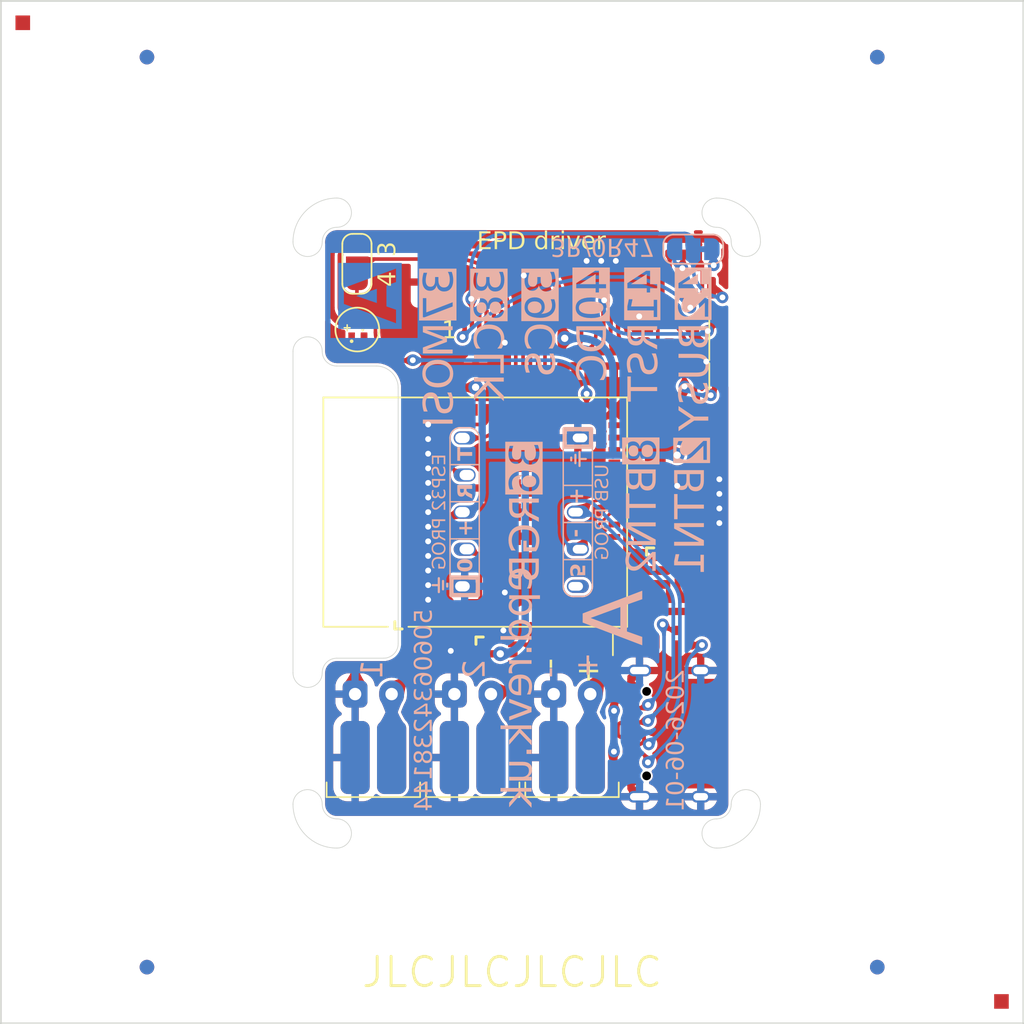
<source format=kicad_pcb>
(kicad_pcb (version 20221018) (generator pcbnew)
  (title_block (title "Waveshare EPD adapter") (rev "1") (company "Adrian Kennard, Andrews & Arnold Ltd"))
  (layers (0 "F.Cu" signal) (31 "B.Cu" signal) (34 "B.Paste" user) (35 "F.Paste" user) (36 "B.SilkS" user "B.Silkscreen") (37 "F.SilkS" user "F.Silkscreen") (38 "B.Mask" user) (39 "F.Mask" user) (44 "Edge.Cuts" user))
  (property "DATE" "2023-06-02")
  (net 0 "")
  (net 1 "GND")
  (net 4 "DC")
  (net 6 "Net-(U4-EN)")
  (net 8 "BTN2")
  (net 9 "BTN1")
  (net 16 "+3.3V")
  (net 26 "Net-(J2-0)")
  (net 27 "Net-(J2-Rx)")
  (net 28 "Net-(J2-Tx)")
  (net 29 "D-")
  (net 30 "D+")
  (net 31 "Net-(J1-Pin_24)")
  (net 32 "Net-(D1-A)")
  (net 33 "Net-(J1-Pin_22)")
  (net 34 "Net-(D3-K)")
  (net 35 "Net-(J1-Pin_20)")
  (net 36 "Net-(J1-Pin_19)")
  (net 37 "Net-(J1-Pin_18)")
  (net 38 "Net-(J1-Pin_5)")
  (net 39 "Net-(J1-Pin_4)")
  (net 40 "Net-(D2-A)")
  (net 41 "Net-(D3-A)")
  (net 42 "Net-(J1-Pin_2)")
  (net 43 "Net-(J1-Pin_3)")
  (net 47 "BUSY")
  (net 48 "RST")
  (net 49 "CS")
  (net 50 "CLK")
  (net 51 "MOSI")
  (net 52 "RGB")
  (net 53 "Net-(D6-A)")
  (net 54 "Net-(J1-Pin_8)")
  (net 55 "Net-(J7-CC1)")
  (net 57 "Net-(J7-CC2)")
  (net 59 "Net-(J4-Pin_2)")
  (net 60 "Net-(J6-Pin_2)")
  (net 61 "Net-(JP1-A)")
  (net 62 "Net-(JP1-B)")
  (net 64 "PWR")
  (net 65 "VBUS")
  (footprint "RevK:C_0402" (layer "F.Cu") (at 106.9 80 -90)
    (fp_text reference "C14" hide)
    (fp_text value "1uF 25V" hide)
  )
  (footprint "RevK:C_0402" (layer "F.Cu") (at 106 80 -90)
    (fp_text reference "C3" hide)
    (fp_text value "1uF 25V" hide)
  )
  (footprint "RevK:C_0402" (layer "F.Cu") (at 95 98.8)
    (fp_text reference "C2" hide)
    (fp_text value "100nF" hide)
  )
  (footprint "RevK:SolderPadSmall" (layer "F.Cu") (at 104.35 107.3)
    (fp_text reference "P1" hide)
    (fp_text value "+" hide)
  )
  (footprint "RevK:R_0402_" (layer "F.Cu") (at 110.3 96.4 180)
    (fp_text reference "R9" hide)
    (fp_text value "124k" hide)
  )
  (footprint "RevK:SolderPadSmall" (layer "F.Cu") (at 101.85 107.3)
    (fp_text reference "P2" hide)
    (fp_text value "-" hide)
  )
  (footprint "RevK:C_0402" (layer "F.Cu") (at 104.2 80 -90)
    (fp_text reference "C4" hide)
    (fp_text value "1uF 25V" hide)
  )
  (footprint "RevK:C_0402" (layer "F.Cu") (at 102.4 80 -90)
    (fp_text reference "C11" hide)
    (fp_text value "1uF" hide)
  )
  (footprint "RevK:R_0402" (layer "F.Cu") (at 100.8 100.7 180)
    (fp_text reference "R6" hide)
    (fp_text value "100R" hide)
  )
  (footprint "RevK:ESP32-S3-MINI-1" (layer "F.Cu") (at 99 90.5 90)
    (fp_text reference "U4" hide)
    (fp_text value "ESP32-S3-MINI-1" hide)
  )
  (footprint "RevK:D_SOD-123" (layer "F.Cu") (at 107 99.4)
    (fp_text reference "D6" hide)
    (fp_text value "MBR0530")
  )
  (footprint "RevK:C_0603" (layer "F.Cu") (at 92.7 99.1 180)
    (fp_text reference "C5" hide)
    (fp_text value "22uF")
  )
  (footprint "RevK:SOT-23" (layer "F.Cu") (at 111.7 74.2 90)
    (fp_text reference "Q1" hide)
    (fp_text value "BSS138")
  )
  (footprint "RevK:C_0402" (layer "F.Cu") (at 103.3 80 -90)
    (fp_text reference "C7" hide)
    (fp_text value "1uF" hide)
  )
  (footprint "RevK:R_0402" (layer "F.Cu") (at 95 82 180)
    (fp_text reference "R3" hide)
    (fp_text value "10K" hide)
  )
  (footprint "RevK:C_0603_" (layer "F.Cu") (at 110.3 92.5 180)
    (fp_text reference "C10" hide)
    (fp_text value "100nF")
  )
  (footprint "RevK:PTSM-HH-2-RA" (layer "F.Cu") (at 89.5 102.9575)
    (fp_text reference "J4" hide)
    (fp_text value "BTN1")
  )
  (footprint "RevK:PTSM-HH-2-RA" (layer "F.Cu") (at 96.3 102.9575)
    (fp_text reference "J6" hide)
    (fp_text value "BTN2")
  )
  (footprint "RevK:C_0402" (layer "F.Cu") (at 111.1 82.8 180)
    (fp_text reference "C17" hide)
    (fp_text value "4.7uF" hide)
  )
  (footprint "RevK:C_0603_" (layer "F.Cu") (at 107.8 93.2 -90)
    (fp_text reference "C9" hide)
    (fp_text value "10uF 6.3V")
  )
  (footprint "RevK:C_0402" (layer "F.Cu") (at 96.5 80 -90)
    (fp_text reference "C12" hide)
    (fp_text value "1uF 25V" hide)
  )
  (footprint "RevK:SolderPadSmall" (layer "F.Cu") (at 97.55 107.3)
    (fp_text reference "P3" hide)
    (fp_text value "2" hide)
  )
  (footprint "RevK:C_0603" (layer "F.Cu") (at 108 79.7 -90)
    (fp_text reference "C1" hide)
    (fp_text value "1uF 50V")
  )
  (footprint "RevK:C_0402" (layer "F.Cu") (at 100.8 99.7)
    (fp_text reference "C21" hide)
    (fp_text value "33pF" hide)
  )
  (footprint "RevK:R_0402" (layer "F.Cu") (at 110.7 72.3 -90)
    (fp_text reference "R2" hide)
    (fp_text value "3R" hide)
  )
  (footprint "RevK:SolderJumper3" (layer "F.Cu") (at 88.375 73.5 90)
    (fp_text reference "JP2" hide)
    (fp_text value "SolderJumper_3_Bridged12")
  )
  (footprint "RevK:R_0402" (layer "F.Cu") (at 110.7 99.6 180)
    (fp_text reference "R4" hide)
    (fp_text value "5k1" hide)
  )
  (footprint "RevK:D_SOD-123" (layer "F.Cu") (at 111.4 81.2 180)
    (fp_text reference "D2" hide)
    (fp_text value "MBR0530")
  )
  (footprint "RevK:VCUT70N" (layer "F.Cu") (at 99 111.5 180)
    (fp_text reference "V4" hide)
    (fp_text value "~")
  )
  (footprint "RevK:R_0402" (layer "F.Cu") (at 110.7 98.6)
    (fp_text reference "R5" hide)
    (fp_text value "5k1" hide)
  )
  (footprint "RevK:L_4x4_" (layer "F.Cu") (at 110.3 89.9 180)
    (fp_text reference "L2" hide)
    (fp_text value "10uH")
  )
  (footprint "RevK:R_0402" (layer "F.Cu") (at 92.3 101.3)
    (fp_text reference "R7" hide)
    (fp_text value "100R" hide)
  )
  (footprint "RevK:PTSM-HH-2-RA" (layer "F.Cu") (at 103.1 102.9575)
    (fp_text reference "J8" hide)
    (fp_text value "PWR")
  )
  (footprint "RevK:R_0402_" (layer "F.Cu") (at 112.1 96.4 180)
    (fp_text reference "R11" hide)
    (fp_text value "1M" hide)
  )
  (footprint "RevK:SolderPadSmall" (layer "F.Cu") (at 90.75 107.3)
    (fp_text reference "P5" hide)
    (fp_text value "1" hide)
  )
  (footprint "RevK:R_0402" (layer "F.Cu") (at 112.8 72.3 90)
    (fp_text reference "R1" hide)
    (fp_text value "0.47R" hide)
  )
  (footprint "RevK:C_0402" (layer "F.Cu") (at 105.1 80 -90)
    (fp_text reference "C15" hide)
    (fp_text value "1uF 25V" hide)
  )
  (footprint "RevK:C_0603_" (layer "F.Cu") (at 112.8 93.2 -90)
    (fp_text reference "C8" hide)
    (fp_text value "10uF 50V")
  )
  (footprint "RevK:XUNPU-FPC-05FB-24PH20" (layer "F.Cu") (at 101 76 180)
    (fp_text reference "J1" hide)
    (fp_text value "Conn_01x26")
  )
  (footprint "RevK:D_SOD-123" (layer "F.Cu") (at 111.4 77.2 180)
    (fp_text reference "D3" hide)
    (fp_text value "MBR0530")
  )
  (footprint "RevK:R_0402" (layer "F.Cu") (at 109.8 72.3 -90)
    (fp_text reference "R8" hide)
    (fp_text value "10K" hide)
  )
  (footprint "RevK:R_0402_" (layer "F.Cu") (at 108.4 96.4 180)
    (fp_text reference "R10" hide)
    (fp_text value "39k2" hide)
  )
  (footprint "RevK:C_0402" (layer "F.Cu") (at 108.7 82.8)
    (fp_text reference "C18" hide)
    (fp_text value "4.7uF" hide)
  )
  (footprint "RevK:SOT-23-6-MD8942" (layer "F.Cu") (at 110.3 94.5 180)
    (fp_text reference "U3" hide)
    (fp_text value "MD8942")
  )
  (footprint "RevK:SMD1010" (layer "F.Cu") (at 88.4375 78 90)
    (fp_text reference "D4" hide)
    (fp_text value "XL-1010RGBC-WS2812B" hide)
  )
  (footprint "RevK:USB-C-Socket-H" (layer "F.Cu") (at 109.6 105.665 90)
    (fp_text reference "J7" hide)
    (fp_text value "USB-C-Socket-V")
  )
  (footprint "RevK:SolderPadSmall" (layer "F.Cu") (at 88.25 107.3)
    (fp_text reference "P6" hide)
    (fp_text value "1" hide)
  )
  (footprint "RevK:VCUT70N" (layer "F.Cu") (at 114 90.5 -90)
    (fp_text reference "V1" hide)
    (fp_text value "~")
  )
  (footprint "RevK:L_4x4" (layer "F.Cu") (at 110.3 85.55 180)
    (fp_text reference "L1" hide)
    (fp_text value "10uH")
  )
  (footprint "RevK:D_SOD-123" (layer "F.Cu") (at 111.4 79.2 180)
    (fp_text reference "D1" hide)
    (fp_text value "MBR0530")
  )
  (footprint "RevK:SOT-363_SC-70-6" (layer "F.Cu") (at 98.1 100.2)
    (fp_text reference "D7" hide)
    (fp_text value "BAV99S")
  )
  (footprint "RevK:SolderPadSmall" (layer "F.Cu") (at 95.05 107.3)
    (fp_text reference "P4" hide)
    (fp_text value "2" hide)
  )
  (footprint "RevK:C_0402" (layer "F.Cu") (at 93 82 180)
    (fp_text reference "C6" hide)
    (fp_text value "1uF" hide)
  )
  (footprint "RevK:PCB7070" (layer "F.Cu") (at 99 90.5)
    (fp_text reference "PCB1" hide)
    (fp_text value "70x70" hide)
    (fp_line (start -35 -35) (end 35 -35) (stroke (width 0.12)) (layer "Edge.Cuts"))
    (fp_line (start -35 35) (end -35 -35) (stroke (width 0.12)) (layer "Edge.Cuts"))
    (fp_line (start 35 -35) (end 35 35) (stroke (width 0.12)) (layer "Edge.Cuts"))
    (fp_line (start 35 35) (end -35 35) (stroke (width 0.12)) (layer "Edge.Cuts"))
  )
  (footprint "RevK:C_0402" (layer "F.Cu") (at 92.3 100.3 180)
    (fp_text reference "C22" hide)
    (fp_text value "33pF" hide)
  )
  (footprint "RevK:SolderPadSmall" (layer "B.Cu") (at 104.35 107.3 180)
    (fp_text reference "P7" hide)
    (fp_text value "+" hide)
  )
  (footprint "RevK:VCUT70N" (layer "B.Cu") (at 99 71 180)
    (fp_text reference "V6" hide)
    (fp_text value "~")
  )
  (footprint "RevK:SolderPadSmall" (layer "B.Cu") (at 90.75 107.3 180)
    (fp_text reference "P11" hide)
    (fp_text value "1" hide)
  )
  (footprint "RevK:SolderJumper3" (layer "B.Cu") (at 111.4 72.5 180)
    (fp_text reference "JP1" hide)
    (fp_text value "SolderJumper_3_Bridged12")
  )
  (footprint "RevK:VCUT70N" (layer "B.Cu") (at 86 90.5 -90)
    (fp_text reference "V3" hide)
    (fp_text value "~")
  )
  (footprint "RevK:SolderPadSmall" (layer "B.Cu") (at 88.25 107.3 180)
    (fp_text reference "P12" hide)
    (fp_text value "1" hide)
  )
  (footprint "RevK:SolderPadSmall" (layer "B.Cu") (at 101.85 107.3 180)
    (fp_text reference "P8" hide)
    (fp_text value "-" hide)
  )
  (footprint "RevK:SolderPadSmall" (layer "B.Cu") (at 97.55 107.3 180)
    (fp_text reference "P9" hide)
    (fp_text value "2" hide)
  )
  (footprint "RevK:SolderPadSmall" (layer "B.Cu") (at 95.05 107.3 180)
    (fp_text reference "P10" hide)
    (fp_text value "2" hide)
  )
  (footprint "RevK:USB-PROG" (layer "B.Cu") (at 103.5 90.5 90)
    (fp_text reference "J3" hide)
    (fp_text value "USB-PROG" hide)
  )
  (footprint "RevK:Shelly" (layer "B.Cu") (at 95.75 90.5 -90)
    (fp_text reference "J2" hide)
    (fp_text value "Shelly" hide)
  )
  (gr_circle (center 88.4 78) (end 89.9 78) (stroke (width 0.12)) (fill none) (layer "F.SilkS"))
  (gr_arc (start 83.999999 79.500001) (mid 84.999999 78.500001) (end 85.999999 79.500001) (stroke (width 0.05)) (layer "Edge.Cuts"))
  (gr_arc (start 113 69) (mid 115.12132 69.87868) (end 116 72) (stroke (width 0.05)) (layer "Edge.Cuts"))
  (gr_line (start 83.999999 79.500001) (end 83.999999 101.499999) (stroke (width 0.05)) (layer "Edge.Cuts"))
  (gr_arc (start 86.999999 80.500001) (mid 86.292892 80.207108) (end 85.999999 79.500001) (stroke (width 0.05)) (layer "Edge.Cuts"))
  (gr_arc (start 113 113.5) (mid 112 112.5) (end 113 111.5) (stroke (width 0.05)) (layer "Edge.Cuts"))
  (gr_line (start 91.2 99.5) (end 91.2 82) (stroke (width 0.05)) (layer "Edge.Cuts"))
  (gr_arc (start 83.999999 110.500001) (mid 84.999999 109.500001) (end 85.999999 110.500001) (stroke (width 0.05)) (layer "Edge.Cuts"))
  (gr_arc (start 86.000001 72.000001) (mid 85.000001 73.000001) (end 84.000001 72.000001) (stroke (width 0.05)) (layer "Edge.Cuts"))
  (gr_arc (start 86.000001 72.000001) (mid 86.292894 71.292894) (end 87.000001 71.000001) (stroke (width 0.05)) (layer "Edge.Cuts"))
  (gr_arc (start 85.999999 101.499999) (mid 84.999999 102.499999) (end 83.999999 101.499999) (stroke (width 0.05)) (layer "Edge.Cuts"))
  (gr_arc (start 114 110.5) (mid 115 109.5) (end 116 110.5) (stroke (width 0.05)) (layer "Edge.Cuts"))
  (gr_arc (start 116 110.5) (mid 115.12132 112.62132) (end 113 113.5) (stroke (width 0.05)) (layer "Edge.Cuts"))
  (gr_arc (start 87.000001 69.000001) (mid 88.000001 70.000001) (end 87.000001 71.000001) (stroke (width 0.05)) (layer "Edge.Cuts"))
  (gr_arc (start 114 110.5) (mid 113.707107 111.207107) (end 113 111.5) (stroke (width 0.05)) (layer "Edge.Cuts"))
  (gr_line (start 89.7 80.5) (end 86.999999 80.500001) (stroke (width 0.05)) (layer "Edge.Cuts"))
  (gr_arc (start 86.999999 111.500001) (mid 87.999999 112.500001) (end 86.999999 113.500001) (stroke (width 0.05)) (layer "Edge.Cuts"))
  (gr_arc (start 91.2 99.5) (mid 90.907107 100.207107) (end 90.2 100.5) (stroke (width 0.05)) (layer "Edge.Cuts"))
  (gr_arc (start 113 71) (mid 113.707107 71.292893) (end 114 72) (stroke (width 0.05)) (layer "Edge.Cuts"))
  (gr_arc (start 116 72) (mid 115 73) (end 114 72) (stroke (width 0.05)) (layer "Edge.Cuts"))
  (gr_arc (start 86.999999 111.500001) (mid 86.292893 111.207107) (end 85.999999 110.500001) (stroke (width 0.05)) (layer "Edge.Cuts"))
  (gr_arc (start 85.999999 101.499999) (mid 86.292892 100.792892) (end 86.999999 100.499999) (stroke (width 0.05)) (layer "Edge.Cuts"))
  (gr_arc (start 86.999999 113.500001) (mid 84.878679 112.621321) (end 83.999999 110.500001) (stroke (width 0.05)) (layer "Edge.Cuts"))
  (gr_arc (start 89.7 80.5) (mid 90.76066 80.93934) (end 91.2 82) (stroke (width 0.05)) (layer "Edge.Cuts"))
  (gr_arc (start 84.000001 72.000001) (mid 84.878681 69.878681) (end 87.000001 69.000001) (stroke (width 0.05)) (layer "Edge.Cuts"))
  (gr_line (start 86.999999 100.499999) (end 90.2 100.5) (stroke (width 0.05)) (layer "Edge.Cuts"))
  (gr_arc (start 113 71) (mid 112 70) (end 113 69) (stroke (width 0.05)) (layer "Edge.Cuts"))
  (gr_text "A" (at 89.6 75.7 90) (layer "B.Cu" knockout) (effects (font (size 3.5 3.5) (thickness 0.3) bold) (justify mirror)))
  (gr_text "2" (at 96.5 100.6 90) (layer "B.SilkS") (effects (font (size 1.5 1.5) (thickness 0.08)) (justify left mirror)))
  (gr_text "37" (at 94.1 77.4 90) (layer "B.SilkS" knockout) (effects (font (size 2 2)) (justify right mirror)))
  (gr_text "39" (at 101.1 77.4 90) (layer "B.SilkS" knockout) (effects (font (size 2 2)) (justify right mirror)))
  (gr_text "BTN2" (at 108 87.3 90) (layer "B.SilkS") (effects (font (size 2 2)) (justify left mirror)))
  (gr_text "${CURRENT_DATE}" (at 110.25 111 90) (layer "B.SilkS") (effects (font (size 1.2 1.2)) (justify right mirror)))
  (gr_text "epd.revk.uk" (at 99.5 110.75 90) (layer "B.SilkS") (effects (font (size 2 2)) (justify right mirror)))
  (gr_text "36" (at 100 89.25 90) (layer "B.SilkS" knockout) (effects (font (size 2 2)) (justify right mirror)))
  (gr_text "2" (at 111.5 87.2 90) (layer "B.SilkS" knockout) (effects (font (size 2 2)) (justify right mirror)))
  (gr_text "BTN1" (at 111.3 87.35 90) (layer "B.SilkS") (effects (font (size 2 2)) (justify left mirror)))
  (gr_text "5060634238144" (at 93 111 90) (layer "B.SilkS") (effects (font (size 1.2 1.2)) (justify right mirror)))
  (gr_text "BUSY" (at 111.6 77.5 90) (layer "B.SilkS") (effects (font (size 2 2)) (justify left mirror)))
  (gr_text "CS" (at 101.1 77.5 90) (layer "B.SilkS") (effects (font (size 2 2)) (justify left mirror)))
  (gr_text "38" (at 97.6 77.4 90) (layer "B.SilkS" knockout) (effects (font (size 2 2)) (justify right mirror)))
  (gr_text "1" (at 89.5 100.6 90) (layer "B.SilkS") (effects (font (size 1.5 1.5) (thickness 0.08)) (justify left mirror)))
  (gr_text "41" (at 108.1 77.4 90) (layer "B.SilkS" knockout) (effects (font (size 2 2)) (justify right mirror)))
  (gr_text "CLK" (at 97.6 77.5 90) (layer "B.SilkS") (effects (font (size 2 2)) (justify left mirror)))
  (gr_text "42" (at 111.6 77.4 90) (layer "B.SilkS" knockout) (effects (font (size 2 2)) (justify right mirror)))
  (gr_text "DC" (at 104.6 77.5 90) (layer "B.SilkS") (effects (font (size 2 2)) (justify left mirror)))
  (gr_text "MOSI" (at 94.1 77.5 90) (layer "B.SilkS") (effects (font (size 2 2)) (justify left mirror)))
  (gr_text "RGB" (at 100 89.3 90) (layer "B.SilkS") (effects (font (size 2 2)) (justify left mirror)))
  (gr_text "A" (at 106.25 97.75 90) (layer "B.SilkS") (effects (font (size 4 4)) (justify mirror)))
  (gr_text "3R/0R47" (at 101.6 72.3 180) (layer "B.SilkS") (effects (font (size 1.2 1.2)) (justify left mirror)))
  (gr_text "8" (at 108 87.2 90) (layer "B.SilkS" knockout) (effects (font (size 2 2)) (justify right mirror)))
  (gr_text "40" (at 104.6 77.4 90) (layer "B.SilkS" knockout) (effects (font (size 2 2)) (justify right mirror)))
  (gr_text "RST" (at 108.1 77.5 90) (layer "B.SilkS") (effects (font (size 2 2)) (justify left mirror)))
  (gr_text "EPD driver" (at 101 72) (layer "F.SilkS") (effects (font (size 1.2 1.2))))
  (gr_text "+" (at 104.2 100.5 -90) (layer "F.SilkS") (effects (font (size 1.5 1.5) (thickness 0.08)) (justify left)))
  (gr_text "-" (at 101.7 100.5 -90) (layer "F.SilkS") (effects (font (size 1.5 1.5) (thickness 0.08)) (justify left)))
  (gr_text "3" (at 90.5 72.5 90) (layer "F.SilkS") (effects (font (size 1.2 1.2))))
  (gr_text "4" (at 90.5 74.55 90) (layer "F.SilkS") (effects (font (size 1.2 1.2))))
  (gr_text "1" (at 94.7 78.1) (layer "F.SilkS") (effects (font (size 1.2 1.2))))
  (segment (start 103.25 76.6) (end 103.25 77.3) (width 0.25) (layer "F.Cu") (net 1))
  (segment (start 91.8 100.3) (end 91.530001 100.3) (width 0.5) (layer "F.Cu") (net 1))
  (segment (start 98.5 82) (end 98.5 78.9) (width 0.25) (layer "F.Cu") (net 1))
  (segment (start 88.375 74.8) (end 88.375 75.8) (width 0.25) (layer "F.Cu") (net 1))
  (segment (start 107.14 108.865) (end 107.14 109.405) (width 0.5) (layer "F.Cu") (net 1))
  (segment (start 91.530001 100.3) (end 91.115001 100.715001) (width 0.5) (layer "F.Cu") (net 1))
  (segment (start 103.980761 75.719239) (end 103.356067 76.343933) (width 0.25) (layer "F.Cu") (net 1))
  (segment (start 92 82.5) (end 92 83.5) (width 0.5) (layer "F.Cu") (net 1))
  (segment (start 98.4 98.6) (end 97.5 99.5) (width 0.5) (layer "F.Cu") (net 1))
  (segment (start 113.675 73.1) (end 113.675 72.675) (width 0.25) (layer "F.Cu") (net 1))
  (segment (start 88.25 102.9575) (end 88.25 101.567128) (width 0.5) (layer "F.Cu") (net 1))
  (segment (start 97.5 99.5) (end 97.15 99.5) (width 0.5) (layer "F.Cu") (net 1))
  (segment (start 90.426953 101) (end 88.817128 101) (width 0.5) (layer "F.Cu") (net 1))
  (segment (start 107.14 101.925) (end 107.14 102.465) (width 0.5) (layer "F.Cu") (net 1))
  (segment (start 107.14 109.405) (end 107.72 109.985) (width 0.5) (layer "F.Cu") (net 1))
  (segment (start 108.31929 74.8) (end 106.2 74.8) (width 0.25) (layer "F.Cu") (net 1))
  (segment (start 107.72 101.345) (end 107.14 101.925) (width 0.5) (layer "F.Cu") (net 1))
  (segment (start 96.1 82.775) (end 97.725 82.775) (width 0.25) (layer "F.Cu") (net 1))
  (segment (start 112.884609 79.599289) (end 112.292924 80.190974) (width 0.25) (layer "F.Cu") (net 1))
  (via (at 113.1875 90.25) (size 0.8) (drill 0.4) (layers "F.Cu" "B.Cu") (net 1))
  (via (at 104.1 73.3) (size 0.8) (drill 0.4) (layers "F.Cu" "B.Cu") (net 1))
  (via (at 99.8 74.3) (size 0.8) (drill 0.4) (layers "F.Cu" "B.Cu") (net 1))
  (via (at 110.3 88.7) (size 0.8) (drill 0.4) (layers "F.Cu" "B.Cu") (net 1))
  (via (at 113.1875 89.25) (size 0.8) (drill 0.4) (layers "F.Cu" "B.Cu") (net 1))
  (via (at 93.25 96.5) (size 0.8) (drill 0.4) (layers "F.Cu" "B.Cu") (net 1))
  (via (at 107.7 77.1) (size 0.8) (drill 0.4) (layers "F.Cu" "B.Cu") (net 1))
  (via (at 98.5 96) (size 0.8) (drill 0.4) (layers "F.Cu" "B.Cu") (net 1))
  (via (at 98.4 98.6) (size 0.8) (drill 0.4) (layers "F.Cu" "B.Cu") (net 1))
  (via (at 93.25 91.5) (size 0.8) (drill 0.4) (layers "F.Cu" "B.Cu") (net 1))
  (via (at 113.1875 91.25) (size 0.8) (drill 0.4) (layers "F.Cu" "B.Cu") (net 1))
  (via (at 93.25 89.5) (size 0.8) (drill 0.4) (layers "F.Cu" "B.Cu") (net 1))
  (via (at 93.25 90.5) (size 0.8) (drill 0.4) (layers "F.Cu" "B.Cu") (net 1))
  (via (at 93.25 85.5) (size 0.8) (drill 0.4) (layers "F.Cu" "B.Cu") (net 1))
  (via (at 93.25 88.5) (size 0.8) (drill 0.4) (layers "F.Cu" "B.Cu") (net 1))
  (via (at 93.25 92.5) (size 0.8) (drill 0.4) (layers "F.Cu" "B.Cu") (net 1))
  (via (at 98.5 78.9) (size 0.8) (drill 0.4) (layers "F.Cu" "B.Cu") (net 1))
  (via (at 94.8 100) (size 0.8) (drill 0.4) (layers "F.Cu" "B.Cu") (net 1))
  (via (at 93.25 93.5) (size 0.8) (drill 0.4) (layers "F.Cu" "B.Cu") (net 1))
  (via (at 93.25 95.5) (size 0.8) (drill 0.4) (layers "F.Cu" "B.Cu") (net 1))
  (via (at 93.25 86.5) (size 0.8) (drill 0.4) (layers "F.Cu" "B.Cu") (net 1))
  (via (at 112.292924 80.190974) (size 0.8) (drill 0.4) (layers "F.Cu" "B.Cu") (net 1))
  (via (at 106.1 73.3) (size 0.8) (drill 0.4) (layers "F.Cu" "B.Cu") (net 1))
  (via (at 93.25 87.5) (size 0.8) (drill 0.4) (layers "F.Cu" "B.Cu") (net 1))
  (via (at 113.1875 88.25) (size 0.8) (drill 0.4) (layers "F.Cu" "B.Cu") (net 1))
  (via (at 93.25 84.5) (size 0.8) (drill 0.4) (layers "F.Cu" "B.Cu") (net 1))
  (via (at 93.25 94.5) (size 0.8) (drill 0.4) (layers "F.Cu" "B.Cu") (net 1))
  (via (at 105.1 73.3) (size 0.8) (drill 0.4) (layers "F.Cu" "B.Cu") (net 1))
  (arc (start 103.356067 76.343933) (mid 103.277566 76.461417) (end 103.25 76.6) (width 0.25) (layer "F.Cu") (net 1))
  (arc (start 91.115001 100.715001) (mid 90.799322 100.925931) (end 90.426953 101) (width 0.5) (layer "F.Cu") (net 1))
  (arc (start 113.675 72.675) (mid 113.418718 72.056282) (end 112.8 71.8) (width 0.25) (layer "F.Cu") (net 1))
  (arc (start 106.2 74.8) (mid 104.998956 75.038903) (end 103.980761 75.719239) (width 0.25) (layer "F.Cu") (net 1))
  (arc (start 92.5 82) (mid 92.146447 82.146447) (end 92 82.5) (width 0.5) (layer "F.Cu") (net 1))
  (arc (start 88.25 101.567128) (mid 88.416108 101.166108) (end 88.817128 101) (width 0.5) (layer "F.Cu") (net 1))
  (arc (start 95.6 83.275) (mid 95.746447 82.921447) (end 96.1 82.775) (width 0.25) (layer "F.Cu") (net 1))
  (arc (start 97.725 82.775) (mid 98.273008 82.548008) (end 98.5 82) (width 0.25) (layer "F.Cu") (net 1))
  (segment (start 100.25 82.196447) (end 100.25 77.3) (width 0.25) (layer "F.Cu") (net 4))
  (arc (start 100.7 83.282842) (mid 100.648022 83.02153) (end 100.5 82.8) (width 0.25) (layer "F.Cu") (net 4))
  (arc (start 100.5 82.8) (mid 100.314973 82.523088) (end 100.25 82.196447) (width 0.25) (layer "F.Cu") (net 4))
  (segment (start 93.5 82) (end 94.5 82) (width 0.25) (layer "F.Cu") (net 6))
  (segment (start 93.05 83.086396) (end 93.05 83.5) (width 0.25) (layer "F.Cu") (net 6))
  (arc (start 93.5 82) (mid 93.166951 82.498442) (end 93.05 83.086396) (width 0.25) (layer "F.Cu") (net 6))
  (segment (start 100.3 100.7) (end 100.3 99.7) (width 0.25) (layer "F.Cu") (net 8))
  (segment (start 100.3 99.7) (end 100.3 99.074914) (width 0.25) (layer "F.Cu") (net 8))
  (segment (start 102.4 97.9) (end 102.4 97.5) (width 0.25) (layer "F.Cu") (net 8))
  (segment (start 100.874914 98.5) (end 101.8 98.5) (width 0.25) (layer "F.Cu") (net 8))
  (segment (start 100.15 99.55) (end 100.3 99.7) (width 0.25) (layer "F.Cu") (net 8))
  (segment (start 99.05 99.55) (end 100.15 99.55) (width 0.25) (layer "F.Cu") (net 8))
  (arc (start 101.8 98.5) (mid 102.224264 98.324264) (end 102.4 97.9) (width 0.25) (layer "F.Cu") (net 8))
  (arc (start 100.3 99.074914) (mid 100.468388 98.668388) (end 100.874914 98.5) (width 0.25) (layer "F.Cu") (net 8))
  (segment (start 92.8 100.9) (end 92.8 100.3) (width 0.25) (layer "F.Cu") (net 9))
  (segment (start 97.15 100.85) (end 96.4 100.85) (width 0.25) (layer "F.Cu") (net 9))
  (segment (start 96.4 99.509619) (end 96.4 100.85) (width 0.25) (layer "F.Cu") (net 9))
  (segment (start 92.85 100.85) (end 92.8 100.9) (width 0.25) (layer "F.Cu") (net 9))
  (segment (start 96.4 100.85) (end 92.85 100.85) (width 0.25) (layer "F.Cu") (net 9))
  (segment (start 96.925 98.525) (end 96.725 98.725) (width 0.25) (layer "F.Cu") (net 9))
  (segment (start 92.8 101.3) (end 92.8 100.9) (width 0.25) (layer "F.Cu") (net 9))
  (arc (start 97.3 97.61967) (mid 97.202541 98.109631) (end 96.925 98.525) (width 0.25) (layer "F.Cu") (net 9))
  (arc (start 96.725 98.725) (mid 96.484465 99.084986) (end 96.4 99.509619) (width 0.25) (layer "F.Cu") (net 9))
  (segment (start 109.568198 85.868198) (end 110.3 86.6) (width 0.5) (layer "F.Cu") (net 16))
  (segment (start 108.8 89.9) (end 108.8 85.55) (width 0.5) (layer "F.Cu") (net 16))
  (segment (start 109.2 82.8) (end 109.2 84.584315) (width 0.5) (layer "F.Cu") (net 16))
  (segment (start 102.4 78.8) (end 102.6 78.6) (width 0.5) (layer "F.Cu") (net 16))
  (segment (start 102.6 78.6) (end 102.4 78.4) (width 0.5) (layer "F.Cu") (net 16))
  (segment (start 102.4 79.5) (end 102.4 78.8) (width 0.5) (layer "F.Cu") (net 16))
  (segment (start 94.75 96.6) (end 94.75 97.5) (width 0.5) (layer "F.Cu") (net 16))
  (segment (start 102.4 78.4) (end 102.4 77.55) (width 0.5) (layer "F.Cu") (net 16))
  (segment (start 88.375 72.2) (end 87.3 72.2) (width 0.5) (layer "F.Cu") (net 16))
  (segment (start 88.375 72.2) (end 98.05 72.2) (width 0.5) (layer "F.Cu") (net 16))
  (segment (start 97.15 100.2) (end 99.05 100.2) (width 0.5) (layer "F.Cu") (net 16))
  (segment (start 88.0125 77.575) (end 87.675 77.575) (width 0.5) (layer "F.Cu") (net 16))
  (segment (start 95.5 82) (end 96.45 82) (width 0.5) (layer "F.Cu") (net 16))
  (segment (start 102.35 76.5) (end 102.35 77.3) (width 0.5) (layer "F.Cu") (net 16))
  (segment (start 94.55 96.4) (end 94.75 96.6) (width 0.5) (layer "F.Cu") (net 16))
  (segment (start 94.75 97.5) (end 94.75 98.196447) (width 0.5) (layer "F.Cu") (net 16))
  (segment (start 96.45 82) (end 96.5 81.95) (width 0.5) (layer "F.Cu") (net 16))
  (segment (start 94.55 91.55) (end 94.55 96.4) (width 0.5) (layer "F.Cu") (net 16))
  (segment (start 102.4 77.55) (end 102.65 77.3) (width 0.5) (layer "F.Cu") (net 16))
  (segment (start 93.775736 99.1) (end 93.475 99.1) (width 0.5) (layer "F.Cu") (net 16))
  (segment (start 86.6 72.9) (end 86.6 76.5) (width 0.5) (layer "F.Cu") (net 16))
  (via (at 98.188715 100.199112) (size 1) (drill 0.5) (layers "F.Cu" "B.Cu") (net 16))
  (via (at 96.5 81.95) (size 1) (drill 0.5) (layers "F.Cu" "B.Cu") (net 16))
  (via (at 110.3 86.6) (size 1) (drill 0.5) (layers "F.Cu" "B.Cu") (net 16))
  (via (at 102.6 78.6) (size 1) (drill 0.5) (layers "F.Cu" "B.Cu") (net 16))
  (arc (start 95.6 90.5) (mid 94.857538 90.807538) (end 94.55 91.55) (width 0.5) (layer "F.Cu") (net 16))
  (arc (start 87.3 72.2) (mid 86.805025 72.405025) (end 86.6 72.9) (width 0.5) (layer "F.Cu") (net 16))
  (arc (start 94.75 98.196447) (mid 94.685027 98.523087) (end 94.5 98.8) (width 0.5) (layer "F.Cu") (net 16))
  (arc (start 98.05 72.2) (mid 101.090559 73.459441) (end 102.35 76.5) (width 0.5) (layer "F.Cu") (net 16))
  (arc (start 87.675 77.575) (mid 86.91486 77.26014) (end 86.6 76.5) (width 0.5) (layer "F.Cu") (net 16))
  (arc (start 94.5 98.8) (mid 94.167705 99.022032) (end 93.775736 99.1) (width 0.5) (layer "F.Cu") (net 16))
  (arc (start 108.8 85.55) (mid 109.215746 85.632697) (end 109.568198 85.868198) (width 0.5) (layer "F.Cu") (net 16))
  (segment (start 96.95 86.5) (end 96.95 89.15) (width 0.5) (layer "B.Cu") (net 16))
  (segment (start 99.9 86.6) (end 105.9 86.6) (width 0.5) (layer "B.Cu") (net 16))
  (segment (start 99.9 86.6) (end 99.9 98.487827) (width 0.5) (layer "B.Cu") (net 16))
  (segment (start 102.6 78.6) (end 103.7 78.6) (width 0.5) (layer "B.Cu") (net 16))
  (segment (start 105.9 86.6) (end 110.3 86.6) (width 0.5) (layer "B.Cu") (net 16))
  (segment (start 97.05 86.6) (end 96.95 86.5) (width 0.5) (layer "B.Cu") (net 16))
  (segment (start 96.95 86.5) (end 96.95 82.4) (width 0.5) (layer "B.Cu") (net 16))
  (segment (start 105.9 80.8) (end 105.9 86.6) (width 0.5) (layer "B.Cu") (net 16))
  (segment (start 99.9 86.6) (end 97.05 86.6) (width 0.5) (layer "B.Cu") (net 16))
  (arc (start 96.95 89.15) (mid 96.554594 90.104594) (end 95.6 90.5) (width 0.5) (layer "B.Cu") (net 16))
  (arc (start 103.7 78.6) (mid 105.255635 79.244365) (end 105.9 80.8) (width 0.5) (layer "B.Cu") (net 16))
  (arc (start 96.95 82.4) (mid 96.818198 82.081802) (end 96.5 81.95) (width 0.5) (layer "B.Cu") (net 16))
  (arc (start 99.9 98.487827) (mid 99.398776 99.697888) (end 98.188715 100.199112) (width 0.5) (layer "B.Cu") (net 16))
  (segment (start 95.6 97.5) (end 95.6 96.85) (width 0.25) (layer "F.Cu") (net 26))
  (segment (start 95.875 96.575) (end 96.605 96.575) (width 0.25) (layer "F.Cu") (net 26))
  (segment (start 96.825 96.355) (end 96.825 93.965) (width 0.25) (layer "F.Cu") (net 26))
  (arc (start 96.825 96.355) (mid 96.760563 96.510563) (end 96.605 96.575) (width 0.25) (layer "F.Cu") (net 26))
  (arc (start 95.9 93.04) (mid 96.554074 93.310926) (end 96.825 93.965) (width 0.25) (layer "F.Cu") (net 26))
  (arc (start 95.6 96.85) (mid 95.680546 96.655546) (end 95.875 96.575) (width 0.25) (layer "F.Cu") (net 26))
  (segment (start 97.3 83.5) (end 97.3 84.15) (width 0.25) (layer "F.Cu") (net 27))
  (segment (start 96.95 84.5) (end 95.25 84.5) (width 0.25) (layer "F.Cu") (net 27))
  (segment (start 94.675 85.075) (end 94.675 86.735) (width 0.25) (layer "F.Cu") (net 27))
  (arc (start 97.3 84.15) (mid 97.197487 84.397487) (end 96.95 84.5) (width 0.25) (layer "F.Cu") (net 27))
  (arc (start 95.25 84.5) (mid 94.843414 84.668414) (end 94.675 85.075) (width 0.25) (layer "F.Cu") (net 27))
  (arc (start 94.675 86.735) (mid 95.033794 87.601206) (end 95.9 87.96) (width 0.25) (layer "F.Cu") (net 27))
  (segment (start 98.15 83.5) (end 98.15 83.97) (width 0.25) (layer "F.Cu") (net 28))
  (segment (start 96.7 85.42) (end 95.6 85.42) (width 0.25) (layer "F.Cu") (net 28))
  (arc (start 98.15 83.97) (mid 97.725305 84.995305) (end 96.7 85.42) (width 0.25) (layer "F.Cu") (net 28))
  (segment (start 108.035 106) (end 108.035 106.084502) (width 0.25) (layer "F.Cu") (net 29))
  (segment (start 108.035 106.084502) (end 108.350498 106.4) (width 0.25) (layer "F.Cu") (net 29))
  (segment (start 107.14 105.415) (end 107.777764 105.415) (width 0.25) (layer "F.Cu") (net 29))
  (segment (start 107.14 106.415) (end 107.62 106.415) (width 0.25) (layer "F.Cu") (net 29))
  (segment (start 103.925772 92.374229) (end 105.8 90.5) (width 0.2) (layer "F.Cu") (net 29))
  (segment (start 108.035 105.672236) (end 108.035 106) (width 0.25) (layer "F.Cu") (net 29))
  (via (at 108.350498 106.4) (size 0.8) (drill 0.4) (layers "F.Cu" "B.Cu") (net 29))
  (arc (start 107.777764 105.415) (mid 107.959657 105.490343) (end 108.035 105.672236) (width 0.25) (layer "F.Cu") (net 29))
  (arc (start 103.65 93.04) (mid 103.721671 92.679687) (end 103.925772 92.374229) (width 0.2) (layer "F.Cu") (net 29))
  (arc (start 107.62 106.415) (mid 107.913449 106.293449) (end 108.035 106) (width 0.25) (layer "F.Cu") (net 29))
  (segment (start 108.350498 106.4) (end 109.095183 105.655315) (width 0.25) (layer "B.Cu") (net 29))
  (segment (start 102.425 91.2) (end 102.425 90.175) (width 0.25) (layer "B.Cu") (net 29))
  (segment (start 104.668198 90.031802) (end 109.668198 95.031802) (width 0.25) (layer "B.Cu") (net 29))
  (segment (start 102.425 91.815) (end 102.425 91.2) (width 0.2) (layer "B.Cu") (net 29))
  (segment (start 109.670913 95.031802) (end 109.881052 95.241941) (width 0.25) (layer "B.Cu") (net 29))
  (segment (start 110.485 96.7) (end 110.485 102.3) (width 0.25) (layer "B.Cu") (net 29))
  (segment (start 109.668198 95.031802) (end 109.670913 95.031802) (width 0.25) (layer "B.Cu") (net 29))
  (segment (start 102.875 89.725) (end 103.927513 89.725) (width 0.25) (layer "B.Cu") (net 29))
  (arc (start 109.881052 95.241941) (mid 110.328039 95.910904) (end 110.485 96.7) (width 0.25) (layer "B.Cu") (net 29))
  (arc (start 109.095183 105.655315) (mid 110.123798 104.115884) (end 110.485 102.3) (width 0.25) (layer "B.Cu") (net 29))
  (arc (start 103.65 93.04) (mid 102.783794 92.681206) (end 102.425 91.815) (width 0.2) (layer "B.Cu") (net 29))
  (arc (start 103.927513 89.725) (mid 104.328368 89.804735) (end 104.668198 90.031802) (width 0.25) (layer "B.Cu") (net 29))
  (arc (start 102.425 90.175) (mid 102.556802 89.856802) (end 102.875 89.725) (width 0.25) (layer "B.Cu") (net 29))
  (segment (start 106.502236 105.915) (end 107.14 105.915) (width 0.25) (layer "F.Cu") (net 30))
  (segment (start 106.245 105.172236) (end 106.245 105.657764) (width 0.25) (layer "F.Cu") (net 30))
  (segment (start 107.14 104.915) (end 108.185 104.915) (width 0.25) (layer "F.Cu") (net 30))
  (segment (start 105.402081 89.65) (end 106 89.65) (width 0.2) (layer "F.Cu") (net 30))
  (segment (start 108.185 104.915) (end 108.3 104.8) (width 0.25) (layer "F.Cu") (net 30))
  (segment (start 107.14 104.915) (end 106.502236 104.915) (width 0.25) (layer "F.Cu") (net 30))
  (via (at 108.3 104.8) (size 0.8) (drill 0.4) (layers "F.Cu" "B.Cu") (net 30))
  (arc (start 106.502236 104.915) (mid 106.320343 104.990343) (end 106.245 105.172236) (width 0.25) (layer "F.Cu") (net 30))
  (arc (start 103.35 90.5) (mid 104.291502 89.870908) (end 105.402081 89.65) (width 0.2) (layer "F.Cu") (net 30))
  (arc (start 106.245 105.657764) (mid 106.320343 105.839657) (end 106.502236 105.915) (width 0.25) (layer "F.Cu") (net 30))
  (segment (start 108.3 104.8) (end 109.281931 103.818069) (width 0.25) (layer "B.Cu") (net 30))
  (segment (start 110.035 96.791604) (end 110.035 102) (width 0.25) (layer "B.Cu") (net 30))
  (segment (start 105.15 91.15) (end 109.5 95.5) (width 0.25) (layer "B.Cu") (net 30))
  (arc (start 109.281931 103.818069) (mid 109.839284 102.983933) (end 110.035 102) (width 0.25) (layer "B.Cu") (net 30))
  (arc (start 103.580762 90.5) (mid 104.430027 90.66893) (end 105.15 91.15) (width 0.2) (layer "B.Cu") (net 30))
  (arc (start 109.5 95.5) (mid 109.895958 96.092593) (end 110.035 96.791604) (width 0.25) (layer "B.Cu") (net 30))
  (arc (start 106.75 77.675) (mid 107.116117 78.558883) (end 108 78.925) (width 0.25) (layer "F.Cu") (net 31))
  (segment (start 110.8 81.9) (end 110.8 81.734924) (width 0.25) (layer "F.Cu") (net 32))
  (segment (start 110.8 82.317158) (end 110.8 81.9) (width 0.25) (layer "F.Cu") (net 32))
  (via (at 110.8 81.9) (size 0.8) (drill 0.4) (layers "F.Cu" "B.Cu") (net 32))
  (via (at 112.6 82.5) (size 0.8) (drill 0.4) (layers "F.Cu" "B.Cu") (net 32))
  (arc (start 110.6 82.8) (mid 110.748022 82.578471) (end 110.8 82.317158) (width 0.25) (layer "F.Cu") (net 32))
  (arc (start 113.05 81.413604) (mid 112.933049 82.001557) (end 112.6 82.5) (width 0.25) (layer "F.Cu") (net 32))
  (arc (start 110.8 81.734924) (mid 110.527114 80.363033) (end 109.75 79.2) (width 0.25) (layer "F.Cu") (net 32))
  (segment (start 112.6 82.5) (end 112.248528 82.5) (width 0.25) (layer "B.Cu") (net 32))
  (arc (start 112.248528 82.5) (mid 111.464591 82.344065) (end 110.8 81.9) (width 0.25) (layer "B.Cu") (net 32))
  (segment (start 105.75 77.3) (end 105.75 78.896447) (width 0.25) (layer "F.Cu") (net 33))
  (arc (start 105.75 78.896447) (mid 105.814972 79.223087) (end 106 79.5) (width 0.25) (layer "F.Cu") (net 33))
  (segment (start 112.873223 77.626776) (end 112.4 78.1) (width 0.25) (layer "F.Cu") (net 34))
  (segment (start 105.25 77.3) (end 105.25 76.05) (width 0.25) (layer "F.Cu") (net 34))
  (segment (start 105.25 77.3) (end 105.25 79.137868) (width 0.25) (layer "F.Cu") (net 34))
  (via (at 105.3 76) (size 0.8) (drill 0.4) (layers "F.Cu" "B.Cu") (net 34))
  (via (at 112.4 78.1) (size 0.8) (drill 0.4) (layers "F.Cu" "B.Cu") (net 34))
  (arc (start 105.25 76.05) (mid 105.264645 76.014645) (end 105.3 76) (width 0.25) (layer "F.Cu") (net 34))
  (arc (start 105.25 79.137868) (mid 105.211016 79.333852) (end 105.1 79.5) (width 0.25) (layer "F.Cu") (net 34))
  (segment (start 105.3 76) (end 105.3 76.6) (width 0.25) (layer "B.Cu") (net 34))
  (segment (start 107 78.3) (end 112.2 78.3) (width 0.25) (layer "B.Cu") (net 34))
  (arc (start 105.3 76.6) (mid 105.797918 77.802082) (end 107 78.3) (width 0.25) (layer "B.Cu") (net 34))
  (arc (start 112.2 78.3) (mid 112.341421 78.241421) (end 112.4 78.1) (width 0.25) (layer "B.Cu") (net 34))
  (segment (start 104.75 77.3) (end 104.75 78.172183) (width 0.25) (layer "F.Cu") (net 35))
  (arc (start 104.75 78.172183) (mid 104.60706 78.890792) (end 104.2 79.5) (width 0.25) (layer "F.Cu") (net 35))
  (segment (start 103.75 77.3) (end 103.75 78.5) (width 0.25) (layer "F.Cu") (net 37))
  (arc (start 103.75 78.5) (mid 103.648926 79.008134) (end 103.361091 79.438908) (width 0.25) (layer "F.Cu") (net 37))
  (segment (start 96.782843 78.817158) (end 96.9 78.7) (width 0.25) (layer "F.Cu") (net 38))
  (segment (start 97.25 77.855026) (end 97.25 77.3) (width 0.25) (layer "F.Cu") (net 38))
  (arc (start 96.5 79.5) (mid 96.573508 79.130448) (end 96.782843 78.817158) (width 0.25) (layer "F.Cu") (net 38))
  (arc (start 96.9 78.7) (mid 97.159038 78.312323) (end 97.25 77.855026) (width 0.25) (layer "F.Cu") (net 38))
  (segment (start 106.25 77.3) (end 106.25 76.575) (width 0.25) (layer "F.Cu") (net 40))
  (segment (start 109.75 81.2) (end 109.416942 80.866942) (width 0.25) (layer "F.Cu") (net 40))
  (segment (start 106.5 76.325) (end 108.2 76.325) (width 0.25) (layer "F.Cu") (net 40))
  (segment (start 108.975 77.1) (end 108.975 79.8) (width 0.25) (layer "F.Cu") (net 40))
  (segment (start 106.25 77.3) (end 106.25 77.930762) (width 0.25) (layer "F.Cu") (net 40))
  (arc (start 106.25 76.575) (mid 106.323223 76.398223) (end 106.5 76.325) (width 0.25) (layer "F.Cu") (net 40))
  (arc (start 108.2 76.325) (mid 108.748008 76.551992) (end 108.975 77.1) (width 0.25) (layer "F.Cu") (net 40))
  (arc (start 109.416942 80.866942) (mid 109.089857 80.377425) (end 108.975 79.8) (width 0.25) (layer "F.Cu") (net 40))
  (arc (start 106.25 77.930762) (mid 106.418929 78.780027) (end 106.9 79.5) (width 0.25) (layer "F.Cu") (net 40))
  (segment (start 112.025 76.675) (end 112.025 73.5875) (width 0.25) (layer "F.Cu") (net 41))
  (segment (start 111.545637 82.745637) (end 111.545637 81.535051) (width 0.25) (layer "F.Cu") (net 41))
  (segment (start 111.6 82.8) (end 111.6 85.067158) (width 0.25) (layer "F.Cu") (net 41))
  (segment (start 109.85 77.3) (end 111.4 77.3) (width 0.25) (layer "F.Cu") (net 41))
  (arc (start 111.4 77.3) (mid 111.841942 77.116942) (end 112.025 76.675) (width 0.25) (layer "F.Cu") (net 41))
  (arc (start 111.545637 81.535051) (mid 111.078967 79.188939) (end 109.75 77.2) (width 0.25) (layer "F.Cu") (net 41))
  (arc (start 112.025 73.5875) (mid 111.92981 73.35769) (end 111.7 73.2625) (width 0.25) (layer "F.Cu") (net 41))
  (segment (start 95.75 77.3) (end 95.75 78.163048) (width 0.25) (layer "F.Cu") (net 42))
  (segment (start 110.75 75.1375) (end 110.75 76.05) (width 0.25) (layer "F.Cu") (net 42))
  (segment (start 109.8 73.5) (end 109.8 72.8) (width 0.25) (layer "F.Cu") (net 42))
  (segment (start 110.75 75.1375) (end 110.286136 74.673636) (width 0.25) (layer "F.Cu") (net 42))
  (via (at 111.2 76.5) (size 0.8) (drill 0.4) (layers "F.Cu" "B.Cu") (net 42))
  (via (at 95.604876 78.513408) (size 0.8) (drill 0.4) (layers "F.Cu" "B.Cu") (net 42))
  (arc (start 110.75 76.05) (mid 110.881802 76.368198) (end 111.2 76.5) (width 0.25) (layer "F.Cu") (net 42))
  (arc (start 110.286136 74.673636) (mid 109.926343 74.135168) (end 109.8 73.5) (width 0.25) (layer "F.Cu") (net 42))
  (arc (start 95.75 78.163048) (mid 95.712284 78.352661) (end 95.604876 78.513408) (width 0.25) (layer "F.Cu") (net 42))
  (segment (start 111.2 76.5) (end 110.938478 76.238478) (width 0.25) (layer "B.Cu") (net 42))
  (segment (start 106.5 74.4) (end 105.535521 74.4) (width 0.25) (layer "B.Cu") (net 42))
  (arc (start 110.938478 76.238478) (mid 108.902087 74.877805) (end 106.5 74.4) (width 0.25) (layer "B.Cu") (net 42))
  (arc (start 105.535521 74.4) (mid 100.161095 75.469039) (end 95.604876 78.513408) (width 0.25) (layer "B.Cu") (net 42))
  (segment (start 96.25 75.95) (end 96.25 77.3) (width 0.25) (layer "F.Cu") (net 43))
  (segment (start 96.2 75.9) (end 96.25 75.95) (width 0.25) (layer "F.Cu") (net 43))
  (via (at 113.4 75.8) (size 0.8) (drill 0.4) (layers "F.Cu" "B.Cu") (net 43))
  (via (at 96.2 75.9) (size 0.8) (drill 0.4) (layers "F.Cu" "B.Cu") (net 43))
  (arc (start 112.7375 75.1375) (mid 113.205958 75.331542) (end 113.4 75.8) (width 0.25) (layer "F.Cu") (net 43))
  (segment (start 96.2 73.8) (end 96.2 75.9) (width 0.25) (layer "B.Cu") (net 43))
  (segment (start 111.4 73.8) (end 111.4 72.5) (width 0.25) (layer "B.Cu") (net 43))
  (segment (start 110.8 71.425) (end 98.575 71.425) (width 0.25) (layer "B.Cu") (net 43))
  (arc (start 111.4 72.025) (mid 111.224264 71.600736) (end 110.8 71.425) (width 0.25) (layer "B.Cu") (net 43))
  (arc (start 98.575 71.425) (mid 96.895621 72.120621) (end 96.2 73.8) (width 0.25) (layer "B.Cu") (net 43))
  (arc (start 113.4 75.8) (mid 111.985786 75.214214) (end 111.4 73.8) (width 0.25) (layer "B.Cu") (net 43))
  (segment (start 99.25 82.896447) (end 99.25 77.3) (width 0.25) (layer "F.Cu") (net 47))
  (arc (start 99 83.5) (mid 99.185027 83.223088) (end 99.25 82.896447) (width 0.25) (layer "F.Cu") (net 47))
  (segment (start 99.75 83.258579) (end 99.75 77.3) (width 0.25) (layer "F.Cu") (net 48))
  (arc (start 99.85 83.5) (mid 99.77599 83.389236) (end 99.75 83.258579) (width 0.25) (layer "F.Cu") (net 48))
  (segment (start 100.75 81.76967) (end 100.75 77.3) (width 0.25) (layer "F.Cu") (net 49))
  (segment (start 101.267157 82.817158) (end 101.125 82.675) (width 0.25) (layer "F.Cu") (net 49))
  (arc (start 101.55 83.5) (mid 101.476492 83.130448) (end 101.267157 82.817158) (width 0.25) (layer "F.Cu") (net 49))
  (arc (start 101.125 82.675) (mid 100.847459 82.259631) (end 100.75 81.76967) (width 0.25) (layer "F.Cu") (net 49))
  (segment (start 101.25 77.3) (end 101.25 81.3) (width 0.25) (layer "F.Cu") (net 50))
  (segment (start 101.70962 82.40962) (end 102.117157 82.817158) (width 0.25) (layer "F.Cu") (net 50))
  (arc (start 102.4 83.5) (mid 102.326492 83.130448) (end 102.117157 82.817158) (width 0.25) (layer "F.Cu") (net 50))
  (arc (start 101.70962 82.40962) (mid 101.369452 81.900522) (end 101.25 81.3) (width 0.25) (layer "F.Cu") (net 50))
  (segment (start 101.75 77.3) (end 101.75 80.82428) (width 0.25) (layer "F.Cu") (net 51))
  (segment (start 102.192451 81.892451) (end 102.861091 82.561091) (width 0.25) (layer "F.Cu") (net 51))
  (arc (start 102.861091 82.561091) (mid 103.148925 82.991866) (end 103.25 83.5) (width 0.25) (layer "F.Cu") (net 51))
  (arc (start 101.75 80.82428) (mid 101.864989 81.40237) (end 102.192451 81.892451) (width 0.25) (layer "F.Cu") (net 51))
  (segment (start 92.2 80.1) (end 91.545402 80.1) (width 0.25) (layer "F.Cu") (net 52))
  (segment (start 104.1 82.4) (end 104.1 83.5) (width 0.25) (layer "F.Cu") (net 52))
  (segment (start 89.645402 78.2) (end 89.645402 77.882902) (width 0.25) (layer "F.Cu") (net 52))
  (segment (start 89.3375 77.575) (end 88.8625 77.575) (width 0.25) (layer "F.Cu") (net 52))
  (via (at 104.1 82.4) (size 0.8) (drill 0.4) (layers "F.Cu" "B.Cu") (net 52))
  (via (at 92.2 80.1) (size 0.8) (drill 0.4) (layers "F.Cu" "B.Cu") (net 52))
  (arc (start 91.545402 80.1) (mid 90.201899 79.543503) (end 89.645402 78.2) (width 0.25) (layer "F.Cu") (net 52))
  (arc (start 89.645402 77.882902) (mid 89.55522 77.665182) (end 89.3375 77.575) (width 0.25) (layer "F.Cu") (net 52))
  (segment (start 101.8 80.1) (end 92.2 80.1) (width 0.25) (layer "B.Cu") (net 52))
  (arc (start 104.1 82.4) (mid 103.426346 80.773654) (end 101.8 80.1) (width 0.25) (layer "B.Cu") (net 52))
  (segment (start 107.14 108.065) (end 106.4355 108.065) (width 0.5) (layer "F.Cu") (net 53))
  (segment (start 108.65 99.4) (end 108.02 99.4) (width 0.5) (layer "F.Cu") (net 53))
  (segment (start 106.12 103.215) (end 106.12 101.3) (width 0.5) (layer "F.Cu") (net 53))
  (segment (start 106.17 103.265) (end 106.12 103.215) (width 0.5) (layer "F.Cu") (net 53))
  (segment (start 107.14 103.265) (end 106.17 103.265) (width 0.5) (layer "F.Cu") (net 53))
  (segment (start 107.14 103.265) (end 106.475458 103.265) (width 0.5) (layer "F.Cu") (net 53))
  (segment (start 105.979804 103.760654) (end 105.979804 104.102594) (width 0.5) (layer "F.Cu") (net 53))
  (segment (start 105.9705 107.6) (end 105.9705 106.895965) (width 0.5) (layer "F.Cu") (net 53))
  (via (at 105.9705 106.895965) (size 0.8) (drill 0.4) (layers "F.Cu" "B.Cu") (net 53))
  (via (at 105.979804 104.102594) (size 0.8) (drill 0.4) (layers "F.Cu" "B.Cu") (net 53))
  (arc (start 106.475458 103.265) (mid 106.124978 103.410174) (end 105.979804 103.760654) (width 0.5) (layer "F.Cu") (net 53))
  (arc (start 106.4355 108.065) (mid 106.106695 107.928805) (end 105.9705 107.6) (width 0.5) (layer "F.Cu") (net 53))
  (arc (start 108.02 99.4) (mid 106.676497 99.956497) (end 106.12 101.3) (width 0.5) (layer "F.Cu") (net 53))
  (segment (start 105.9705 106.895965) (end 105.9705 104.111898) (width 0.5) (layer "B.Cu") (net 53))
  (segment (start 105.9705 104.111898) (end 105.979804 104.102594) (width 0.5) (layer "B.Cu") (net 53))
  (segment (start 98.75 77.3) (end 98.75 76.725) (width 0.25) (layer "F.Cu") (net 54))
  (segment (start 95.394361 73.175) (end 88.7 73.175) (width 0.25) (layer "F.Cu") (net 54))
  (arc (start 98.75 76.725) (mid 97.710229 74.214771) (end 95.2 73.175) (width 0.25) (layer "F.Cu") (net 54))
  (segment (start 112 99.6) (end 111.2 99.6) (width 0.25) (layer "F.Cu") (net 55))
  (segment (start 107.587814 106.915) (end 107.14 106.915) (width 0.25) (layer "F.Cu") (net 55))
  (segment (start 108.111791 107.191615) (end 108.010088 107.089912) (width 0.25) (layer "F.Cu") (net 55))
  (via (at 108.294992 107.633901) (size 0.8) (drill 0.4) (layers "F.Cu" "B.Cu") (net 55))
  (via (at 112 99.6) (size 0.8) (drill 0.4) (layers "F.Cu" "B.Cu") (net 55))
  (arc (start 108.010088 107.089912) (mid 107.816347 106.960458) (end 107.587814 106.915) (width 0.25) (layer "F.Cu") (net 55))
  (arc (start 108.294992 107.633901) (mid 108.24738 107.394537) (end 108.111791 107.191615) (width 0.25) (layer "F.Cu") (net 55))
  (segment (start 112 99.6) (end 111.384013 100.215987) (width 0.25) (layer "B.Cu") (net 55))
  (segment (start 110.935 102.8) (end 110.935 101.3) (width 0.25) (layer "B.Cu") (net 55))
  (segment (start 108.294992 107.633901) (end 109.383683 106.54521) (width 0.25) (layer "B.Cu") (net 55))
  (arc (start 109.383683 106.54521) (mid 110.531826 104.826893) (end 110.935 102.8) (width 0.25) (layer "B.Cu") (net 55))
  (arc (start 111.384013 100.215987) (mid 111.051695 100.713336) (end 110.935 101.3) (width 0.25) (layer "B.Cu") (net 55))
  (segment (start 107.14 103.915) (end 108.085 103.915) (width 0.25) (layer "F.Cu") (net 57))
  (segment (start 109.387792 98.263573) (end 109.31 98.18578) (width 0.25) (layer "F.Cu") (net 57))
  (segment (start 108.085 103.915) (end 108.3 103.7) (width 0.25) (layer "F.Cu") (net 57))
  (via (at 109.31 98.18578) (size 0.8) (drill 0.4) (layers "F.Cu" "B.Cu") (net 57))
  (via (at 108.3 103.7) (size 0.8) (drill 0.4) (layers "F.Cu" "B.Cu") (net 57))
  (arc (start 110.2 98.6) (mid 109.760436 98.512565) (end 109.387792 98.263573) (width 0.25) (layer "F.Cu") (net 57))
  (segment (start 109.4 98.27578) (end 109.31 98.18578) (width 0.25) (layer "B.Cu") (net 57))
  (segment (start 108.622183 103.377818) (end 108.3 103.7) (width 0.25) (layer "B.Cu") (net 57))
  (segment (start 109.4 101.5) (end 109.4 98.27578) (width 0.25) (layer "B.Cu") (net 57))
  (arc (start 109.4 101.5) (mid 109.197852 102.516268) (end 108.622183 103.377818) (width 0.25) (layer "B.Cu") (net 57))
  (segment (start 90.75 102.9575) (end 90.75 107.3) (width 0.5) (layer "F.Cu") (net 59))
  (segment (start 91.8 101.9075) (end 90.75 102.9575) (width 0.25) (layer "F.Cu") (net 59))
  (segment (start 91.8 101.3) (end 91.8 101.9075) (width 0.25) (layer "F.Cu") (net 59))
  (segment (start 90.75 107.3) (end 90.75 102.9575) (width 0.5) (layer "B.Cu") (net 59))
  (segment (start 97.55 102.9575) (end 97.55 107.3) (width 0.5) (layer "F.Cu") (net 60))
  (segment (start 100.097857 101.902143) (end 101.3 100.7) (width 0.25) (layer "F.Cu") (net 60))
  (arc (start 97.55 102.9575) (mid 98.92889 102.683222) (end 100.097857 101.902143) (width 0.25) (layer "F.Cu") (net 60))
  (segment (start 97.55 107.3) (end 97.55 102.9575) (width 0.5) (layer "B.Cu") (net 60))
  (segment (start 112.8 72.8) (end 112.8 73.6) (width 0.25) (layer "F.Cu") (net 61))
  (via (at 112.8 73.6) (size 0.8) (drill 0.4) (layers "F.Cu" "B.Cu") (net 61))
  (segment (start 112.8 73.6) (end 112.8 72.6) (width 0.25) (layer "B.Cu") (net 61))
  (segment (start 110.7 72.8) (end 110.7 73.754351) (width 0.25) (layer "F.Cu") (net 62))
  (via (at 110.656519 73.797832) (size 0.8) (drill 0.4) (layers "F.Cu" "B.Cu") (net 62))
  (arc (start 110.7 73.754351) (mid 110.687265 73.785097) (end 110.656519 73.797832) (width 0.25) (layer "F.Cu") (net 62))
  (segment (start 110.1 73.241313) (end 110.1 72.5) (width 0.25) (layer "B.Cu") (net 62))
  (arc (start 110.656519 73.797832) (mid 110.263001 73.634831) (end 110.1 73.241313) (width 0.25) (layer "B.Cu") (net 62))
  (segment (start 112.8 95.22) (end 112.8 96.72) (width 0.5) (layer "F.Cu") (net 64))
  (segment (start 104.35 102.9575) (end 104.35 107.3) (width 0.5) (layer "F.Cu") (net 64))
  (segment (start 105.35 100.543287) (end 105.35 99.4) (width 0.5) (layer "F.Cu") (net 64))
  (segment (start 106.118198 99.081802) (end 107.2 98) (width 0.5) (layer "F.Cu") (net 64))
  (segment (start 108.889949 97.3) (end 112.22 97.3) (width 0.5) (layer "F.Cu") (net 64))
  (arc (start 104.35 102.9575) (mid 105.090108 101.84985) (end 105.35 100.543287) (width 0.5) (layer "F.Cu") (net 64))
  (arc (start 105.35 99.4) (mid 105.765746 99.317303) (end 106.118198 99.081802) (width 0.5) (layer "F.Cu") (net 64))
  (arc (start 112.8 96.72) (mid 112.630122 97.130122) (end 112.22 97.3) (width 0.5) (layer "F.Cu") (net 64))
  (arc (start 107.2 98) (mid 107.975355 97.481925) (end 108.889949 97.3) (width 0.5) (layer "F.Cu") (net 64))
  (segment (start 104.35 107.3) (end 104.35 102.9575) (width 0.5) (layer "B.Cu") (net 64))
  (zone (net 1) (net_name "GND") (layers "F&B.Cu") (connect_pads (clearance 0.2)) (min_thickness 0.25) (fill yes (thermal_gap 0.5) (thermal_bridge_width 0.5))
    (polygon (pts (xy 86 71) (xy 114 71) (xy 114 111.5) (xy 86 111.5)))
  )
)
</source>
